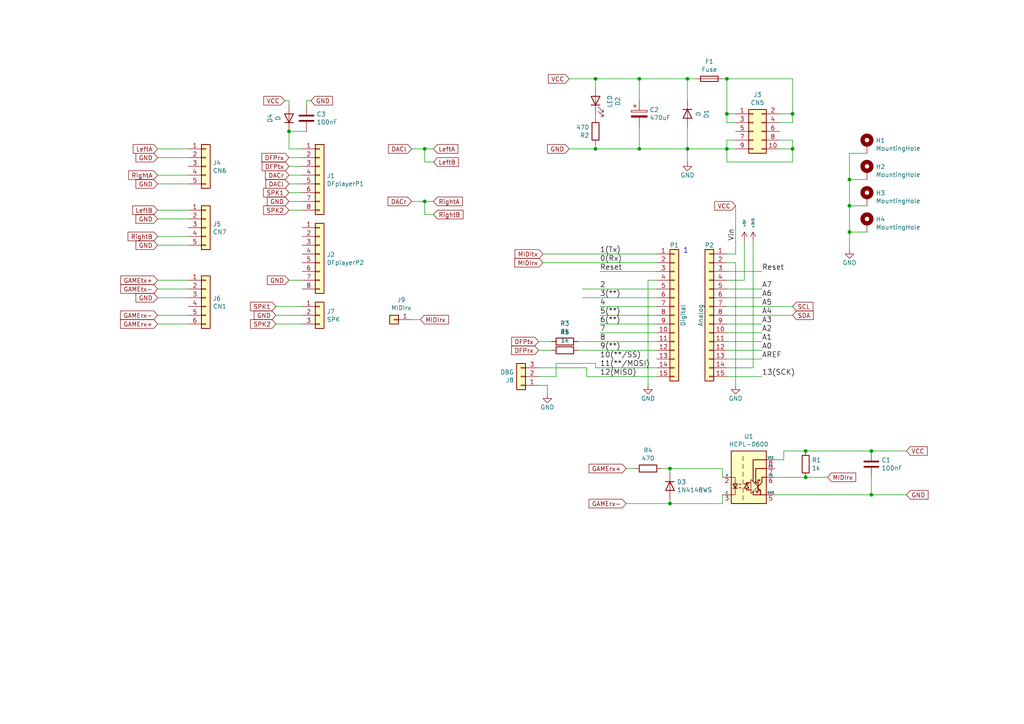
<source format=kicad_sch>
(kicad_sch (version 20231120) (generator "eeschema") (generator_version "8.0")
  (paper "A4")
  (title_block (date "jeu. 02 avril 2015"))
  (lib_symbols
    (symbol "Connector_Generic:Conn_01x01" (pin_names (offset 1.016) hide)
      (property "Reference" "J" (at 0 2.54 0))
      (property "Value" "Conn_01x01" (at 0 -2.54 0))
      (symbol "Conn_01x01_1_1"
        (rectangle (start -1.27 0.127) (end 0 -0.127) (stroke (width 0.1524)))
        (rectangle (start -1.27 1.27) (end 1.27 -1.27) (stroke (width 0.254)) (fill (type background)))
        (pin passive line (at -5.08 0 0) (length 3.81) (name "Pin_1") (number "1"))
      )
    )
    (symbol "Connector_Generic:Conn_01x03" (pin_names (offset 1.016) hide)
      (property "Reference" "J" (at 0 5.08 0))
      (property "Value" "Conn_01x03" (at 0 -5.08 0))
      (symbol "Conn_01x03_1_1"
        (rectangle (start -1.27 -2.413) (end 0 -2.667) (stroke (width 0.1524)))
        (rectangle (start -1.27 0.127) (end 0 -0.127) (stroke (width 0.1524)))
        (rectangle (start -1.27 2.667) (end 0 2.413) (stroke (width 0.1524)))
        (rectangle (start -1.27 3.81) (end 1.27 -3.81) (stroke (width 0.254)) (fill (type background)))
        (pin passive line (at -5.08 2.54 0) (length 3.81) (name "Pin_1") (number "1"))
        (pin passive line (at -5.08 0 0) (length 3.81) (name "Pin_2") (number "2"))
        (pin passive line (at -5.08 -2.54 0) (length 3.81) (name "Pin_3") (number "3"))
      )
    )
    (symbol "Connector_Generic:Conn_01x05" (pin_names (offset 1.016) hide)
      (property "Reference" "J" (at 0 7.62 0))
      (property "Value" "Conn_01x05" (at 0 -7.62 0))
      (symbol "Conn_01x05_1_1"
        (rectangle (start -1.27 -4.953) (end 0 -5.207) (stroke (width 0.1524)))
        (rectangle (start -1.27 -2.413) (end 0 -2.667) (stroke (width 0.1524)))
        (rectangle (start -1.27 0.127) (end 0 -0.127) (stroke (width 0.1524)))
        (rectangle (start -1.27 2.667) (end 0 2.413) (stroke (width 0.1524)))
        (rectangle (start -1.27 5.207) (end 0 4.953) (stroke (width 0.1524)))
        (rectangle (start -1.27 6.35) (end 1.27 -6.35) (stroke (width 0.254)) (fill (type background)))
        (pin passive line (at -5.08 5.08 0) (length 3.81) (name "Pin_1") (number "1"))
        (pin passive line (at -5.08 2.54 0) (length 3.81) (name "Pin_2") (number "2"))
        (pin passive line (at -5.08 0 0) (length 3.81) (name "Pin_3") (number "3"))
        (pin passive line (at -5.08 -2.54 0) (length 3.81) (name "Pin_4") (number "4"))
        (pin passive line (at -5.08 -5.08 0) (length 3.81) (name "Pin_5") (number "5"))
      )
    )
    (symbol "Connector_Generic:Conn_01x06" (pin_names (offset 1.016) hide)
      (property "Reference" "J" (at 0 7.62 0))
      (property "Value" "Conn_01x06" (at 0 -10.16 0))
      (symbol "Conn_01x06_1_1"
        (rectangle (start -1.27 -7.493) (end 0 -7.747) (stroke (width 0.1524)))
        (rectangle (start -1.27 -4.953) (end 0 -5.207) (stroke (width 0.1524)))
        (rectangle (start -1.27 -2.413) (end 0 -2.667) (stroke (width 0.1524)))
        (rectangle (start -1.27 0.127) (end 0 -0.127) (stroke (width 0.1524)))
        (rectangle (start -1.27 2.667) (end 0 2.413) (stroke (width 0.1524)))
        (rectangle (start -1.27 5.207) (end 0 4.953) (stroke (width 0.1524)))
        (rectangle (start -1.27 6.35) (end 1.27 -8.89) (stroke (width 0.254)) (fill (type background)))
        (pin passive line (at -5.08 5.08 0) (length 3.81) (name "Pin_1") (number "1"))
        (pin passive line (at -5.08 2.54 0) (length 3.81) (name "Pin_2") (number "2"))
        (pin passive line (at -5.08 0 0) (length 3.81) (name "Pin_3") (number "3"))
        (pin passive line (at -5.08 -2.54 0) (length 3.81) (name "Pin_4") (number "4"))
        (pin passive line (at -5.08 -5.08 0) (length 3.81) (name "Pin_5") (number "5"))
        (pin passive line (at -5.08 -7.62 0) (length 3.81) (name "Pin_6") (number "6"))
      )
    )
    (symbol "Connector_Generic:Conn_01x08" (pin_names (offset 1.016) hide)
      (property "Reference" "J" (at 0 10.16 0))
      (property "Value" "Conn_01x08" (at 0 -12.7 0))
      (symbol "Conn_01x08_1_1"
        (rectangle (start -1.27 -10.033) (end 0 -10.287) (stroke (width 0.1524)))
        (rectangle (start -1.27 -7.493) (end 0 -7.747) (stroke (width 0.1524)))
        (rectangle (start -1.27 -4.953) (end 0 -5.207) (stroke (width 0.1524)))
        (rectangle (start -1.27 -2.413) (end 0 -2.667) (stroke (width 0.1524)))
        (rectangle (start -1.27 0.127) (end 0 -0.127) (stroke (width 0.1524)))
        (rectangle (start -1.27 2.667) (end 0 2.413) (stroke (width 0.1524)))
        (rectangle (start -1.27 5.207) (end 0 4.953) (stroke (width 0.1524)))
        (rectangle (start -1.27 7.747) (end 0 7.493) (stroke (width 0.1524)))
        (rectangle (start -1.27 8.89) (end 1.27 -11.43) (stroke (width 0.254)) (fill (type background)))
        (pin passive line (at -5.08 7.62 0) (length 3.81) (name "Pin_1") (number "1"))
        (pin passive line (at -5.08 5.08 0) (length 3.81) (name "Pin_2") (number "2"))
        (pin passive line (at -5.08 2.54 0) (length 3.81) (name "Pin_3") (number "3"))
        (pin passive line (at -5.08 0 0) (length 3.81) (name "Pin_4") (number "4"))
        (pin passive line (at -5.08 -2.54 0) (length 3.81) (name "Pin_5") (number "5"))
        (pin passive line (at -5.08 -5.08 0) (length 3.81) (name "Pin_6") (number "6"))
        (pin passive line (at -5.08 -7.62 0) (length 3.81) (name "Pin_7") (number "7"))
        (pin passive line (at -5.08 -10.16 0) (length 3.81) (name "Pin_8") (number "8"))
      )
    )
    (symbol "Connector_Generic:Conn_01x15" (pin_names (offset 1.016) hide)
      (property "Reference" "J" (at 0 20.32 0))
      (property "Value" "Conn_01x15" (at 0 -20.32 0))
      (symbol "Conn_01x15_1_1"
        (rectangle (start -1.27 -17.653) (end 0 -17.907) (stroke (width 0.1524)))
        (rectangle (start -1.27 -15.113) (end 0 -15.367) (stroke (width 0.1524)))
        (rectangle (start -1.27 -12.573) (end 0 -12.827) (stroke (width 0.1524)))
        (rectangle (start -1.27 -10.033) (end 0 -10.287) (stroke (width 0.1524)))
        (rectangle (start -1.27 -7.493) (end 0 -7.747) (stroke (width 0.1524)))
        (rectangle (start -1.27 -4.953) (end 0 -5.207) (stroke (width 0.1524)))
        (rectangle (start -1.27 -2.413) (end 0 -2.667) (stroke (width 0.1524)))
        (rectangle (start -1.27 0.127) (end 0 -0.127) (stroke (width 0.1524)))
        (rectangle (start -1.27 2.667) (end 0 2.413) (stroke (width 0.1524)))
        (rectangle (start -1.27 5.207) (end 0 4.953) (stroke (width 0.1524)))
        (rectangle (start -1.27 7.747) (end 0 7.493) (stroke (width 0.1524)))
        (rectangle (start -1.27 10.287) (end 0 10.033) (stroke (width 0.1524)))
        (rectangle (start -1.27 12.827) (end 0 12.573) (stroke (width 0.1524)))
        (rectangle (start -1.27 15.367) (end 0 15.113) (stroke (width 0.1524)))
        (rectangle (start -1.27 17.907) (end 0 17.653) (stroke (width 0.1524)))
        (rectangle (start -1.27 19.05) (end 1.27 -19.05) (stroke (width 0.254)) (fill (type background)))
        (pin passive line (at -5.08 17.78 0) (length 3.81) (name "Pin_1") (number "1"))
        (pin passive line (at -5.08 -5.08 0) (length 3.81) (name "Pin_10") (number "10"))
        (pin passive line (at -5.08 -7.62 0) (length 3.81) (name "Pin_11") (number "11"))
        (pin passive line (at -5.08 -10.16 0) (length 3.81) (name "Pin_12") (number "12"))
        (pin passive line (at -5.08 -12.7 0) (length 3.81) (name "Pin_13") (number "13"))
        (pin passive line (at -5.08 -15.24 0) (length 3.81) (name "Pin_14") (number "14"))
        (pin passive line (at -5.08 -17.78 0) (length 3.81) (name "Pin_15") (number "15"))
        (pin passive line (at -5.08 15.24 0) (length 3.81) (name "Pin_2") (number "2"))
        (pin passive line (at -5.08 12.7 0) (length 3.81) (name "Pin_3") (number "3"))
        (pin passive line (at -5.08 10.16 0) (length 3.81) (name "Pin_4") (number "4"))
        (pin passive line (at -5.08 7.62 0) (length 3.81) (name "Pin_5") (number "5"))
        (pin passive line (at -5.08 5.08 0) (length 3.81) (name "Pin_6") (number "6"))
        (pin passive line (at -5.08 2.54 0) (length 3.81) (name "Pin_7") (number "7"))
        (pin passive line (at -5.08 0 0) (length 3.81) (name "Pin_8") (number "8"))
        (pin passive line (at -5.08 -2.54 0) (length 3.81) (name "Pin_9") (number "9"))
      )
    )
    (symbol "Connector_Generic:Conn_02x05_Odd_Even" (pin_names (offset 1.016) hide)
      (property "Reference" "J" (at 1.27 7.62 0))
      (property "Value" "Conn_02x05_Odd_Even" (at 1.27 -7.62 0))
      (symbol "Conn_02x05_Odd_Even_1_1"
        (rectangle (start -1.27 -4.953) (end 0 -5.207) (stroke (width 0.1524)))
        (rectangle (start -1.27 -2.413) (end 0 -2.667) (stroke (width 0.1524)))
        (rectangle (start -1.27 0.127) (end 0 -0.127) (stroke (width 0.1524)))
        (rectangle (start -1.27 2.667) (end 0 2.413) (stroke (width 0.1524)))
        (rectangle (start -1.27 5.207) (end 0 4.953) (stroke (width 0.1524)))
        (rectangle (start -1.27 6.35) (end 3.81 -6.35) (stroke (width 0.254)) (fill (type background)))
        (rectangle (start 3.81 -4.953) (end 2.54 -5.207) (stroke (width 0.1524)))
        (rectangle (start 3.81 -2.413) (end 2.54 -2.667) (stroke (width 0.1524)))
        (rectangle (start 3.81 0.127) (end 2.54 -0.127) (stroke (width 0.1524)))
        (rectangle (start 3.81 2.667) (end 2.54 2.413) (stroke (width 0.1524)))
        (rectangle (start 3.81 5.207) (end 2.54 4.953) (stroke (width 0.1524)))
        (pin passive line (at -5.08 5.08 0) (length 3.81) (name "Pin_1") (number "1"))
        (pin passive line (at 7.62 -5.08 180) (length 3.81) (name "Pin_10") (number "10"))
        (pin passive line (at 7.62 5.08 180) (length 3.81) (name "Pin_2") (number "2"))
        (pin passive line (at -5.08 2.54 0) (length 3.81) (name "Pin_3") (number "3"))
        (pin passive line (at 7.62 2.54 180) (length 3.81) (name "Pin_4") (number "4"))
        (pin passive line (at -5.08 0 0) (length 3.81) (name "Pin_5") (number "5"))
        (pin passive line (at 7.62 0 180) (length 3.81) (name "Pin_6") (number "6"))
        (pin passive line (at -5.08 -2.54 0) (length 3.81) (name "Pin_7") (number "7"))
        (pin passive line (at 7.62 -2.54 180) (length 3.81) (name "Pin_8") (number "8"))
        (pin passive line (at -5.08 -5.08 0) (length 3.81) (name "Pin_9") (number "9"))
      )
    )
    (symbol "DSBclone-rescue:+3V3-power" (power) (pin_names (offset 0))
      (property "Value" "power_+3V3" (at 0 3.556 0))
      (symbol "+3V3-power_0_1"
        (polyline (pts (xy -0.762 1.27) (xy 0 2.54)))
        (polyline (pts (xy 0 0) (xy 0 2.54)))
        (polyline (pts (xy 0 2.54) (xy 0.762 1.27)))
      )
      (symbol "+3V3-power_1_1"
        (pin power_in line (at 0 0 90) (length 0) hide (name "+3V3") (number "1"))
      )
    )
    (symbol "DSBclone-rescue:+5V-power" (power) (pin_names (offset 0))
      (property "Value" "power_+5V" (at 0 3.556 0))
      (symbol "+5V-power_0_1"
        (polyline (pts (xy -0.762 1.27) (xy 0 2.54)))
        (polyline (pts (xy 0 0) (xy 0 2.54)))
        (polyline (pts (xy 0 2.54) (xy 0.762 1.27)))
      )
      (symbol "+5V-power_1_1"
        (pin power_in line (at 0 0 90) (length 0) hide (name "+5V") (number "1"))
      )
    )
    (symbol "DSBclone-rescue:CP-Device" (pin_numbers hide) (pin_names (offset 0.254))
      (property "Reference" "C" (at 0.635 2.54 0))
      (property "Value" "Device_CP" (at 0.635 -2.54 0))
      (symbol "CP-Device_0_1"
        (rectangle (start -2.286 0.508) (end -2.286 1.016))
        (rectangle (start -2.286 0.508) (end 2.286 0.508))
        (polyline (pts (xy -1.778 2.286) (xy -0.762 2.286)))
        (polyline (pts (xy -1.27 2.794) (xy -1.27 1.778)))
        (rectangle (start 2.286 -0.508) (end -2.286 -1.016) (fill (type outline)))
        (rectangle (start 2.286 1.016) (end -2.286 1.016))
        (rectangle (start 2.286 1.016) (end 2.286 0.508))
      )
      (symbol "CP-Device_1_1"
        (pin passive line (at 0 3.81 270) (length 2.794) (name "~") (number "1"))
        (pin passive line (at 0 -3.81 90) (length 2.794) (name "~") (number "2"))
      )
    )
    (symbol "DSBclone-rescue:GND-power" (power) (pin_names (offset 0))
      (property "Value" "power_GND" (at 0 -3.81 0))
      (symbol "GND-power_0_1"
        (polyline (pts (xy 0 0) (xy 0 -1.27) (xy 1.27 -1.27) (xy 0 -2.54) (xy -1.27 -1.27) (xy 0 -1.27)))
      )
      (symbol "GND-power_1_1"
        (pin power_in line (at 0 0 270) (length 0) hide (name "GND") (number "1"))
      )
    )
    (symbol "DSBclone-rescue:HCPL-0600-Isolator" (pin_names (offset 0))
      (property "Reference" "U" (at -4.064 8.89 0))
      (property "Value" "HCPL-0600-Isolator" (at 0.254 -9.144 0))
      (symbol "HCPL-0600-Isolator_0_1"
        (polyline (pts (xy 2.667 -3.556) (xy 2.667 -1.651)) (stroke (width 0.254)))
        (polyline (pts (xy 2.667 -2.159) (xy 2.667 -2.921)) (stroke (width 0.254)))
        (polyline (pts (xy 3.429 -3.937) (xy 3.429 -5.08)) (stroke (width 0.254)))
        (polyline (pts (xy -0.635 -3.302) (xy -0.635 -3.683) (xy 0.635 -3.683)) (stroke (width 0.254)))
        (polyline (pts (xy -0.635 -1.905) (xy -0.635 -1.524) (xy 0.508 -1.524)) (stroke (width 0.254)))
        (polyline (pts (xy 1.27 -4.064) (xy 1.27 -5.08) (xy 5.08 -5.08)) (stroke (width 0.254)))
        (polyline (pts (xy 1.27 -1.27) (xy 1.27 5.08) (xy 5.08 5.08)) (stroke (width 0.254)))
        (polyline (pts (xy 2.032 -1.27) (xy 2.032 2.54) (xy 5.08 2.54)) (stroke (width 0.254)))
        (polyline (pts (xy -5.08 -5.08) (xy -3.937 -5.08) (xy -3.937 0) (xy -5.08 0)))
        (polyline (pts (xy 2.667 -3.302) (xy 2.667 -4.318) (xy 2.159 -4.318) (xy 2.159 -3.937)) (stroke (width 0.254)))
        (polyline (pts (xy 2.667 -2.667) (xy 0.635 -4.699) (xy 0.635 -0.635) (xy 2.667 -2.667)))
        (polyline (pts (xy 2.667 -1.778) (xy 2.667 -0.762) (xy 3.175 -0.762) (xy 3.175 -1.143)) (stroke (width 0.254)))
        (polyline (pts (xy 2.794 -2.54) (xy 3.81 -1.524) (xy 3.81 0) (xy 5.08 0)) (stroke (width 0.254)))
        (polyline (pts (xy 2.667 -3.175) (xy 3.429 -3.937) (xy 3.302 -3.556) (xy 3.048 -3.81) (xy 3.429 -3.937)) (stroke (width 0.254)))
        (circle (center 2.032 -1.524) (radius 0.254) (stroke (width 0.254)))
      )
      (symbol "HCPL-0600-Isolator_1_1"
        (rectangle (start -5.08 7.62) (end 5.08 -7.62) (stroke (width 0.254)) (fill (type background)))
        (polyline (pts (xy -4.572 -3.175) (xy -3.302 -3.175)) (stroke (width 0.254)))
        (polyline (pts (xy -1.651 -5.334) (xy -1.651 -6.604)))
        (polyline (pts (xy -1.651 -3.048) (xy -1.651 -4.318)))
        (polyline (pts (xy -1.651 -0.762) (xy -1.651 -2.032)))
        (polyline (pts (xy -1.651 1.524) (xy -1.651 0.254)))
        (polyline (pts (xy -1.651 3.81) (xy -1.651 2.54)))
        (polyline (pts (xy -1.651 6.096) (xy -1.651 4.826)))
        (polyline (pts (xy -1.27 -1.905) (xy 0 -1.905)) (stroke (width 0.254)))
        (polyline (pts (xy -3.937 -3.175) (xy -4.572 -1.905) (xy -3.302 -1.905) (xy -3.937 -3.175)) (stroke (width 0.254)))
        (polyline (pts (xy -0.635 -1.905) (xy -1.27 -3.175) (xy 0 -3.175) (xy -0.635 -1.905)) (stroke (width 0.254)))
        (polyline (pts (xy -2.921 -3.048) (xy -2.159 -3.048) (xy -2.54 -3.175) (xy -2.54 -2.921) (xy -2.159 -3.048)) (stroke (width 0.127)))
        (polyline (pts (xy -2.921 -2.032) (xy -2.159 -2.032) (xy -2.54 -2.159) (xy -2.54 -1.905) (xy -2.159 -2.032)) (stroke (width 0.127)))
        (pin no_connect line (at -5.08 5.08 0) (length 2.54) hide (name "NC") (number "1"))
        (pin passive line (at -7.62 0 0) (length 2.54) (name "A") (number "2"))
        (pin passive line (at -7.62 -5.08 0) (length 2.54) (name "C") (number "3"))
        (pin power_in line (at 7.62 -5.08 180) (length 2.54) (name "GND") (number "5"))
        (pin open_collector line (at 7.62 0 180) (length 2.54) (name "VO") (number "6"))
        (pin input line (at 7.62 2.54 180) (length 2.54) (name "EN") (number "7"))
        (pin power_in line (at 7.62 5.08 180) (length 2.54) (name "VCC") (number "8"))
      )
    )
    (symbol "Device:C" (pin_numbers hide) (pin_names (offset 0.254))
      (property "Reference" "C" (at 0.635 2.54 0))
      (property "Value" "C" (at 0.635 -2.54 0))
      (symbol "C_0_1"
        (polyline (pts (xy -2.032 -0.762) (xy 2.032 -0.762)) (stroke (width 0.508)))
        (polyline (pts (xy -2.032 0.762) (xy 2.032 0.762)) (stroke (width 0.508)))
      )
      (symbol "C_1_1"
        (pin passive line (at 0 3.81 270) (length 2.794) (name "~") (number "1"))
        (pin passive line (at 0 -3.81 90) (length 2.794) (name "~") (number "2"))
      )
    )
    (symbol "Device:D" (pin_numbers hide) (pin_names (offset 1.016) hide)
      (property "Reference" "D" (at 0 2.54 0))
      (property "Value" "D" (at 0 -2.54 0))
      (symbol "D_0_1"
        (polyline (pts (xy -1.27 1.27) (xy -1.27 -1.27)) (stroke (width 0.254)))
        (polyline (pts (xy 1.27 0) (xy -1.27 0)))
        (polyline (pts (xy 1.27 1.27) (xy 1.27 -1.27) (xy -1.27 0) (xy 1.27 1.27)) (stroke (width 0.254)))
      )
      (symbol "D_1_1"
        (pin passive line (at -3.81 0 0) (length 2.54) (name "K") (number "1"))
        (pin passive line (at 3.81 0 180) (length 2.54) (name "A") (number "2"))
      )
    )
    (symbol "Device:Fuse" (pin_numbers hide) (pin_names (offset 0))
      (property "Reference" "F" (at 2.032 0 90))
      (property "Value" "Fuse" (at -1.905 0 90))
      (symbol "Fuse_0_1"
        (rectangle (start -0.762 -2.54) (end 0.762 2.54) (stroke (width 0.254)))
        (polyline (pts (xy 0 2.54) (xy 0 -2.54)))
      )
      (symbol "Fuse_1_1"
        (pin passive line (at 0 3.81 270) (length 1.27) (name "~") (number "1"))
        (pin passive line (at 0 -3.81 90) (length 1.27) (name "~") (number "2"))
      )
    )
    (symbol "Device:LED" (pin_numbers hide) (pin_names (offset 1.016) hide)
      (property "Reference" "D" (at 0 2.54 0))
      (property "Value" "LED" (at 0 -2.54 0))
      (symbol "LED_0_1"
        (polyline (pts (xy -1.27 -1.27) (xy -1.27 1.27)) (stroke (width 0.254)))
        (polyline (pts (xy -1.27 0) (xy 1.27 0)))
        (polyline (pts (xy 1.27 -1.27) (xy 1.27 1.27) (xy -1.27 0) (xy 1.27 -1.27)) (stroke (width 0.254)))
        (polyline (pts (xy -3.048 -0.762) (xy -4.572 -2.286) (xy -3.81 -2.286) (xy -4.572 -2.286) (xy -4.572 -1.524)))
        (polyline (pts (xy -1.778 -0.762) (xy -3.302 -2.286) (xy -2.54 -2.286) (xy -3.302 -2.286) (xy -3.302 -1.524)))
      )
      (symbol "LED_1_1"
        (pin passive line (at -3.81 0 0) (length 2.54) (name "K") (number "1"))
        (pin passive line (at 3.81 0 180) (length 2.54) (name "A") (number "2"))
      )
    )
    (symbol "Device:R" (pin_numbers hide) (pin_names (offset 0))
      (property "Reference" "R" (at 2.032 0 90))
      (property "Value" "R" (at 0 0 90))
      (symbol "R_0_1"
        (rectangle (start -1.016 -2.54) (end 1.016 2.54) (stroke (width 0.254)))
      )
      (symbol "R_1_1"
        (pin passive line (at 0 3.81 270) (length 1.27) (name "~") (number "1"))
        (pin passive line (at 0 -3.81 90) (length 1.27) (name "~") (number "2"))
      )
    )
    (symbol "Diode:1N4148WS" (pin_numbers hide) (pin_names hide)
      (property "Reference" "D" (at 0 2.54 0))
      (property "Value" "1N4148WS" (at 0 -2.54 0))
      (symbol "1N4148WS_0_1"
        (polyline (pts (xy -1.27 1.27) (xy -1.27 -1.27)) (stroke (width 0.254)))
        (polyline (pts (xy 1.27 0) (xy -1.27 0)))
        (polyline (pts (xy 1.27 1.27) (xy 1.27 -1.27) (xy -1.27 0) (xy 1.27 1.27)) (stroke (width 0.254)))
      )
      (symbol "1N4148WS_1_1"
        (pin passive line (at -3.81 0 0) (length 2.54) (name "K") (number "1"))
        (pin passive line (at 3.81 0 180) (length 2.54) (name "A") (number "2"))
      )
    )
    (symbol "Mechanical:MountingHole_Pad" (pin_numbers hide) (pin_names (offset 1.016) hide) (exclude_from_sim yes) (in_bom no)
      (property "Reference" "H" (at 0 6.35 0))
      (property "Value" "MountingHole_Pad" (at 0 4.445 0))
      (symbol "MountingHole_Pad_0_1"
        (circle (center 0 1.27) (radius 1.27) (stroke (width 1.27)))
      )
      (symbol "MountingHole_Pad_1_1"
        (pin input line (at 0 -2.54 90) (length 2.54) (name "1") (number "1"))
      )
    )
  )
  (junction (at 194.31 135.89))
  (junction (at 210.82 33.02))
  (junction (at 246.38 52.07))
  (junction (at 252.73 130.81))
  (junction (at 210.82 43.18))
  (junction (at 123.19 58.42))
  (junction (at 252.73 143.51))
  (junction (at 246.38 59.69))
  (junction (at 246.38 67.31))
  (junction (at 194.31 146.05))
  (junction (at 199.39 43.18))
  (junction (at 233.68 138.43))
  (junction (at 83.82 38.1))
  (junction (at 172.72 22.86))
  (junction (at 185.42 22.86))
  (junction (at 210.82 22.86))
  (junction (at 172.72 43.18))
  (junction (at 229.87 43.18))
  (junction (at 123.19 43.18))
  (junction (at 233.68 130.81))
  (junction (at 199.39 22.86))
  (junction (at 185.42 43.18))
  (junction (at 229.87 33.02))
  (wire (pts (xy 220.98 104.14) (xy 210.82 104.14)))
  (wire (pts (xy 173.99 88.9) (xy 190.5 88.9)))
  (wire (pts (xy 165.1 22.86) (xy 172.72 22.86)))
  (wire (pts (xy 83.82 43.18) (xy 87.63 43.18)))
  (wire (pts (xy 87.63 93.98) (xy 80.01 93.98)))
  (wire (pts (xy 229.87 40.64) (xy 229.87 43.18)))
  (wire (pts (xy 220.98 93.98) (xy 210.82 93.98)))
  (wire (pts (xy 226.06 35.56) (xy 229.87 35.56)))
  (wire (pts (xy 199.39 22.86) (xy 201.93 22.86)))
  (wire (pts (xy 190.5 91.44) (xy 173.99 91.44)))
  (wire (pts (xy 210.82 35.56) (xy 213.36 35.56)))
  (wire (pts (xy 172.72 41.91) (xy 172.72 43.18)))
  (wire (pts (xy 187.96 81.28) (xy 187.96 111.76)))
  (wire (pts (xy 252.73 138.43) (xy 252.73 143.51)))
  (wire (pts (xy 229.87 33.02) (xy 226.06 33.02)))
  (wire (pts (xy 172.72 105.41) (xy 172.72 106.68)))
  (wire (pts (xy 246.38 44.45) (xy 251.46 44.45)))
  (wire (pts (xy 119.38 43.18) (xy 123.19 43.18)))
  (wire (pts (xy 83.82 38.1) (xy 83.82 43.18)))
  (wire (pts (xy 209.55 143.51) (xy 209.55 146.05)))
  (wire (pts (xy 215.9 69.85) (xy 215.9 81.28)))
  (wire (pts (xy 220.98 86.36) (xy 210.82 86.36)))
  (wire (pts (xy 246.38 52.07) (xy 246.38 44.45)))
  (wire (pts (xy 194.31 146.05) (xy 209.55 146.05)))
  (wire (pts (xy 210.82 99.06) (xy 220.98 99.06)))
  (wire (pts (xy 251.46 52.07) (xy 246.38 52.07)))
  (wire (pts (xy 156.21 99.06) (xy 160.02 99.06)))
  (wire (pts (xy 262.89 143.51) (xy 252.73 143.51)))
  (wire (pts (xy 229.87 35.56) (xy 229.87 33.02)))
  (wire (pts (xy 190.5 96.52) (xy 173.99 96.52)))
  (wire (pts (xy 181.61 135.89) (xy 184.15 135.89)))
  (wire (pts (xy 80.01 91.44) (xy 87.63 91.44)))
  (wire (pts (xy 246.38 72.39) (xy 246.38 67.31)))
  (wire (pts (xy 157.48 73.66) (xy 190.5 73.66)))
  (wire (pts (xy 210.82 73.66) (xy 213.36 73.66)))
  (wire (pts (xy 156.21 109.22) (xy 161.29 109.22)))
  (wire (pts (xy 45.72 81.28) (xy 54.61 81.28)))
  (wire (pts (xy 181.61 146.05) (xy 194.31 146.05)))
  (wire (pts (xy 185.42 43.18) (xy 199.39 43.18)))
  (wire (pts (xy 199.39 29.21) (xy 199.39 22.86)))
  (wire (pts (xy 229.87 22.86) (xy 229.87 33.02)))
  (wire (pts (xy 173.99 93.98) (xy 190.5 93.98)))
  (wire (pts (xy 210.82 88.9) (xy 229.87 88.9)))
  (wire (pts (xy 168.91 86.36) (xy 190.5 86.36)))
  (wire (pts (xy 233.68 138.43) (xy 240.03 138.43)))
  (wire (pts (xy 83.82 60.96) (xy 87.63 60.96)))
  (wire (pts (xy 252.73 143.51) (xy 224.79 143.51)))
  (wire (pts (xy 123.19 46.99) (xy 123.19 43.18)))
  (wire (pts (xy 210.82 91.44) (xy 229.87 91.44)))
  (wire (pts (xy 213.36 43.18) (xy 210.82 43.18)))
  (wire (pts (xy 227.33 133.35) (xy 227.33 130.81)))
  (wire (pts (xy 161.29 105.41) (xy 172.72 105.41)))
  (wire (pts (xy 172.72 43.18) (xy 165.1 43.18)))
  (wire (pts (xy 90.17 29.21) (xy 88.9 29.21)))
  (wire (pts (xy 158.75 111.76) (xy 158.75 114.3)))
  (wire (pts (xy 209.55 135.89) (xy 209.55 138.43)))
  (wire (pts (xy 210.82 22.86) (xy 229.87 22.86)))
  (wire (pts (xy 54.61 91.44) (xy 45.72 91.44)))
  (wire (pts (xy 123.19 43.18) (xy 125.73 43.18)))
  (wire (pts (xy 172.72 33.02) (xy 172.72 34.29)))
  (wire (pts (xy 167.64 99.06) (xy 190.5 99.06)))
  (wire (pts (xy 157.48 76.2) (xy 190.5 76.2)))
  (wire (pts (xy 194.31 137.16) (xy 194.31 135.89)))
  (wire (pts (xy 194.31 135.89) (xy 209.55 135.89)))
  (wire (pts (xy 45.72 45.72) (xy 54.61 45.72)))
  (wire (pts (xy 45.72 63.5) (xy 54.61 63.5)))
  (wire (pts (xy 215.9 81.28) (xy 210.82 81.28)))
  (wire (pts (xy 210.82 33.02) (xy 210.82 35.56)))
  (wire (pts (xy 172.72 22.86) (xy 185.42 22.86)))
  (wire (pts (xy 209.55 22.86) (xy 210.82 22.86)))
  (wire (pts (xy 170.18 106.68) (xy 170.18 109.22)))
  (wire (pts (xy 83.82 81.28) (xy 87.63 81.28)))
  (wire (pts (xy 210.82 43.18) (xy 199.39 43.18)))
  (wire (pts (xy 227.33 130.81) (xy 233.68 130.81)))
  (wire (pts (xy 213.36 111.76) (xy 213.36 76.2)))
  (wire (pts (xy 83.82 45.72) (xy 87.63 45.72)))
  (wire (pts (xy 210.82 83.82) (xy 220.98 83.82)))
  (wire (pts (xy 210.82 46.99) (xy 210.82 43.18)))
  (wire (pts (xy 156.21 106.68) (xy 170.18 106.68)))
  (wire (pts (xy 185.42 29.21) (xy 185.42 22.86)))
  (wire (pts (xy 156.21 101.6) (xy 160.02 101.6)))
  (wire (pts (xy 220.98 101.6) (xy 210.82 101.6)))
  (wire (pts (xy 224.79 133.35) (xy 227.33 133.35)))
  (wire (pts (xy 88.9 29.21) (xy 88.9 30.48)))
  (wire (pts (xy 210.82 40.64) (xy 213.36 40.64)))
  (wire (pts (xy 123.19 62.23) (xy 123.19 58.42)))
  (wire (pts (xy 246.38 67.31) (xy 246.38 59.69)))
  (wire (pts (xy 252.73 130.81) (xy 262.89 130.81)))
  (wire (pts (xy 88.9 38.1) (xy 83.82 38.1)))
  (wire (pts (xy 172.72 43.18) (xy 185.42 43.18)))
  (wire (pts (xy 54.61 71.12) (xy 45.72 71.12)))
  (wire (pts (xy 83.82 55.88) (xy 87.63 55.88)))
  (wire (pts (xy 172.72 106.68) (xy 190.5 106.68)))
  (wire (pts (xy 45.72 60.96) (xy 54.61 60.96)))
  (wire (pts (xy 45.72 43.18) (xy 54.61 43.18)))
  (wire (pts (xy 87.63 58.42) (xy 83.82 58.42)))
  (wire (pts (xy 125.73 62.23) (xy 123.19 62.23)))
  (wire (pts (xy 119.38 92.71) (xy 121.92 92.71)))
  (wire (pts (xy 218.44 69.85) (xy 218.44 106.68)))
  (wire (pts (xy 220.98 78.74) (xy 210.82 78.74)))
  (wire (pts (xy 229.87 46.99) (xy 210.82 46.99)))
  (wire (pts (xy 251.46 59.69) (xy 246.38 59.69)))
  (wire (pts (xy 54.61 68.58) (xy 45.72 68.58)))
  (wire (pts (xy 210.82 22.86) (xy 210.82 33.02)))
  (wire (pts (xy 185.42 36.83) (xy 185.42 43.18)))
  (wire (pts (xy 213.36 33.02) (xy 210.82 33.02)))
  (wire (pts (xy 233.68 130.81) (xy 252.73 130.81)))
  (wire (pts (xy 191.77 135.89) (xy 194.31 135.89)))
  (wire (pts (xy 229.87 43.18) (xy 226.06 43.18)))
  (wire (pts (xy 220.98 96.52) (xy 210.82 96.52)))
  (wire (pts (xy 83.82 29.21) (xy 83.82 30.48)))
  (wire (pts (xy 224.79 138.43) (xy 233.68 138.43)))
  (wire (pts (xy 87.63 48.26) (xy 83.82 48.26)))
  (wire (pts (xy 54.61 53.34) (xy 45.72 53.34)))
  (wire (pts (xy 87.63 88.9) (xy 80.01 88.9)))
  (wire (pts (xy 213.36 59.69) (xy 213.36 73.66)))
  (wire (pts (xy 83.82 50.8) (xy 87.63 50.8)))
  (wire (pts (xy 161.29 109.22) (xy 161.29 105.41)))
  (wire (pts (xy 218.44 106.68) (xy 210.82 106.68)))
  (wire (pts (xy 172.72 25.4) (xy 172.72 22.86)))
  (wire (pts (xy 119.38 58.42) (xy 123.19 58.42)))
  (wire (pts (xy 226.06 40.64) (xy 229.87 40.64)))
  (wire (pts (xy 45.72 93.98) (xy 54.61 93.98)))
  (wire (pts (xy 229.87 43.18) (xy 229.87 46.99)))
  (wire (pts (xy 54.61 83.82) (xy 45.72 83.82)))
  (wire (pts (xy 45.72 86.36) (xy 54.61 86.36)))
  (wire (pts (xy 185.42 22.86) (xy 199.39 22.86)))
  (wire (pts (xy 246.38 67.31) (xy 251.46 67.31)))
  (wire (pts (xy 199.39 36.83) (xy 199.39 43.18)))
  (wire (pts (xy 167.64 101.6) (xy 190.5 101.6)))
  (wire (pts (xy 246.38 59.69) (xy 246.38 52.07)))
  (wire (pts (xy 125.73 46.99) (xy 123.19 46.99)))
  (wire (pts (xy 82.55 29.21) (xy 83.82 29.21)))
  (wire (pts (xy 190.5 78.74) (xy 173.99 78.74)))
  (wire (pts (xy 210.82 40.64) (xy 210.82 43.18)))
  (wire (pts (xy 123.19 58.42) (xy 125.73 58.42)))
  (wire (pts (xy 199.39 46.99) (xy 199.39 43.18)))
  (wire (pts (xy 168.91 83.82) (xy 190.5 83.82)))
  (wire (pts (xy 210.82 109.22) (xy 220.98 109.22)))
  (wire (pts (xy 190.5 81.28) (xy 187.96 81.28)))
  (wire (pts (xy 54.61 50.8) (xy 45.72 50.8)))
  (wire (pts (xy 213.36 76.2) (xy 210.82 76.2)))
  (wire (pts (xy 170.18 109.22) (xy 190.5 109.22)))
  (wire (pts (xy 156.21 111.76) (xy 158.75 111.76)))
  (wire (pts (xy 194.31 146.05) (xy 194.31 144.78)))
  (wire (pts (xy 87.63 53.34) (xy 83.82 53.34)))
  (text "1" (at 198.12 73.66 0) (effects (font (size 1.524 1.524)) (justify left bottom)))
  (label "6(**)" (at 173.99 93.98 0) (effects (font (size 1.524 1.524))))
  (label "A3" (at 220.98 93.98 0) (effects (font (size 1.524 1.524))))
  (label "7" (at 173.99 96.52 0) (effects (font (size 1.524 1.524))))
  (label "1(Tx)" (at 173.99 73.66 0) (effects (font (size 1.524 1.524))))
  (label "AREF" (at 220.98 104.14 0) (effects (font (size 1.524 1.524))))
  (label "5(**)" (at 173.99 91.44 0) (effects (font (size 1.524 1.524))))
  (label "10(**/SS)" (at 173.99 104.14 0) (effects (font (size 1.524 1.524))))
  (label "13(SCK)" (at 220.98 109.22 0) (effects (font (size 1.524 1.524))))
  (label "2" (at 173.99 83.82 0) (effects (font (size 1.524 1.524))))
  (label "A6" (at 220.98 86.36 0) (effects (font (size 1.524 1.524))))
  (label "A0" (at 220.98 101.6 0) (effects (font (size 1.524 1.524))))
  (label "Vin" (at 213.36 69.85 90) (effects (font (size 1.524 1.524))))
  (label "9(**)" (at 173.99 101.6 0) (effects (font (size 1.524 1.524))))
  (label "8" (at 173.99 99.06 0) (effects (font (size 1.524 1.524))))
  (label "A5" (at 220.98 88.9 0) (effects (font (size 1.524 1.524))))
  (label "A7" (at 220.98 83.82 0) (effects (font (size 1.524 1.524))))
  (label "A1" (at 220.98 99.06 0) (effects (font (size 1.524 1.524))))
  (label "11(**/MOSI)" (at 173.99 106.68 0) (effects (font (size 1.524 1.524))))
  (label "3(**)" (at 173.99 86.36 0) (effects (font (size 1.524 1.524))))
  (label "Reset" (at 173.99 78.74 0) (effects (font (size 1.524 1.524))))
  (label "A2" (at 220.98 96.52 0) (effects (font (size 1.524 1.524))))
  (label "A4" (at 220.98 91.44 0) (effects (font (size 1.524 1.524))))
  (label "4" (at 173.99 88.9 0) (effects (font (size 1.524 1.524))))
  (label "12(MISO)" (at 173.99 109.22 0) (effects (font (size 1.524 1.524))))
  (label "Reset" (at 220.98 78.74 0) (effects (font (size 1.524 1.524))))
  (label "0(Rx)" (at 173.99 76.2 0) (effects (font (size 1.524 1.524))))
  (global_label "SPK2" (shape input) (at 80.01 93.98 180) (property "Intersheetrefs" "${INTERSHEET_REFS}" (effects (hide yes))))
  (global_label "DACr" (shape input) (at 83.82 50.8 180) (property "Intersheetrefs" "${INTERSHEET_REFS}" (effects (hide yes))))
  (global_label "GND" (shape input) (at 83.82 81.28 180) (property "Intersheetrefs" "${INTERSHEET_REFS}" (effects (hide yes))))
  (global_label "SPK2" (shape input) (at 83.82 60.96 180) (property "Intersheetrefs" "${INTERSHEET_REFS}" (effects (hide yes))))
  (global_label "VCC" (shape input) (at 165.1 22.86 180) (property "Intersheetrefs" "${INTERSHEET_REFS}" (effects (hide yes))))
  (global_label "GND" (shape input) (at 45.72 71.12 180) (property "Intersheetrefs" "${INTERSHEET_REFS}" (effects (hide yes))))
  (global_label "DFPrx" (shape input) (at 156.21 101.6 180) (property "Intersheetrefs" "${INTERSHEET_REFS}" (effects (hide yes))))
  (global_label "LeftA" (shape input) (at 45.72 43.18 180) (property "Intersheetrefs" "${INTERSHEET_REFS}" (effects (hide yes))))
  (global_label "DFPtx" (shape input) (at 156.21 99.06 180) (property "Intersheetrefs" "${INTERSHEET_REFS}" (effects (hide yes))))
  (global_label "VCC" (shape input) (at 262.89 130.81 0) (property "Intersheetrefs" "${INTERSHEET_REFS}" (effects (hide yes))))
  (global_label "RightB" (shape input) (at 45.72 68.58 180) (property "Intersheetrefs" "${INTERSHEET_REFS}" (effects (hide yes))))
  (global_label "DACl" (shape input) (at 83.82 53.34 180) (property "Intersheetrefs" "${INTERSHEET_REFS}" (effects (hide yes))))
  (global_label "MIDIrx" (shape input) (at 240.03 138.43 0) (property "Intersheetrefs" "${INTERSHEET_REFS}" (effects (hide yes))))
  (global_label "DFPtx" (shape input) (at 83.82 48.26 180) (property "Intersheetrefs" "${INTERSHEET_REFS}" (effects (hide yes))))
  (global_label "GAMErx-" (shape input) (at 181.61 146.05 180) (property "Intersheetrefs" "${INTERSHEET_REFS}" (effects (hide yes))))
  (global_label "MIDItx" (shape input) (at 157.48 73.66 180) (property "Intersheetrefs" "${INTERSHEET_REFS}" (effects (hide yes))))
  (global_label "GAMErx+" (shape input) (at 45.72 93.98 180) (property "Intersheetrefs" "${INTERSHEET_REFS}" (effects (hide yes))))
  (global_label "LeftB" (shape input) (at 125.73 46.99 0) (property "Intersheetrefs" "${INTERSHEET_REFS}" (effects (hide yes))))
  (global_label "GND" (shape input) (at 165.1 43.18 180) (property "Intersheetrefs" "${INTERSHEET_REFS}" (effects (hide yes))))
  (global_label "LeftB" (shape input) (at 45.72 60.96 180) (property "Intersheetrefs" "${INTERSHEET_REFS}" (effects (hide yes))))
  (global_label "GND" (shape input) (at 90.17 29.21 0) (property "Intersheetrefs" "${INTERSHEET_REFS}" (effects (hide yes))))
  (global_label "GND" (shape input) (at 45.72 53.34 180) (property "Intersheetrefs" "${INTERSHEET_REFS}" (effects (hide yes))))
  (global_label "GND" (shape input) (at 45.72 63.5 180) (property "Intersheetrefs" "${INTERSHEET_REFS}" (effects (hide yes))))
  (global_label "GAMErx+" (shape input) (at 181.61 135.89 180) (property "Intersheetrefs" "${INTERSHEET_REFS}" (effects (hide yes))))
  (global_label "GND" (shape input) (at 83.82 58.42 180) (property "Intersheetrefs" "${INTERSHEET_REFS}" (effects (hide yes))))
  (global_label "MIDIrx" (shape input) (at 157.48 76.2 180) (property "Intersheetrefs" "${INTERSHEET_REFS}" (effects (hide yes))))
  (global_label "GAMEtx+" (shape input) (at 45.72 81.28 180) (property "Intersheetrefs" "${INTERSHEET_REFS}" (effects (hide yes))))
  (global_label "GND" (shape input) (at 45.72 86.36 180) (property "Intersheetrefs" "${INTERSHEET_REFS}" (effects (hide yes))))
  (global_label "DFPrx" (shape input) (at 83.82 45.72 180) (property "Intersheetrefs" "${INTERSHEET_REFS}" (effects (hide yes))))
  (global_label "MIDIrx" (shape input) (at 121.92 92.71 0) (property "Intersheetrefs" "${INTERSHEET_REFS}" (effects (hide yes))))
  (global_label "GND" (shape input) (at 262.89 143.51 0) (property "Intersheetrefs" "${INTERSHEET_REFS}" (effects (hide yes))))
  (global_label "SDA" (shape input) (at 229.87 91.44 0) (property "Intersheetrefs" "${INTERSHEET_REFS}" (effects (hide yes))))
  (global_label "SPK1" (shape input) (at 83.82 55.88 180) (property "Intersheetrefs" "${INTERSHEET_REFS}" (effects (hide yes))))
  (global_label "GND" (shape input) (at 80.01 91.44 180) (property "Intersheetrefs" "${INTERSHEET_REFS}" (effects (hide yes))))
  (global_label "GND" (shape input) (at 45.72 45.72 180) (property "Intersheetrefs" "${INTERSHEET_REFS}" (effects (hide yes))))
  (global_label "GAMEtx-" (shape input) (at 45.72 83.82 180) (property "Intersheetrefs" "${INTERSHEET_REFS}" (effects (hide yes))))
  (global_label "LeftA" (shape input) (at 125.73 43.18 0) (property "Intersheetrefs" "${INTERSHEET_REFS}" (effects (hide yes))))
  (global_label "GAMErx-" (shape input) (at 45.72 91.44 180) (property "Intersheetrefs" "${INTERSHEET_REFS}" (effects (hide yes))))
  (global_label "SCL" (shape input) (at 229.87 88.9 0) (property "Intersheetrefs" "${INTERSHEET_REFS}" (effects (hide yes))))
  (global_label "DACr" (shape input) (at 119.38 58.42 180) (property "Intersheetrefs" "${INTERSHEET_REFS}" (effects (hide yes))))
  (global_label "VCC" (shape input) (at 82.55 29.21 180) (property "Intersheetrefs" "${INTERSHEET_REFS}" (effects (hide yes))))
  (global_label "SPK1" (shape input) (at 80.01 88.9 180) (property "Intersheetrefs" "${INTERSHEET_REFS}" (effects (hide yes))))
  (global_label "RightA" (shape input) (at 125.73 58.42 0) (property "Intersheetrefs" "${INTERSHEET_REFS}" (effects (hide yes))))
  (global_label "VCC" (shape input) (at 213.36 59.69 180) (property "Intersheetrefs" "${INTERSHEET_REFS}" (effects (hide yes))))
  (global_label "DACl" (shape input) (at 119.38 43.18 180) (property "Intersheetrefs" "${INTERSHEET_REFS}" (effects (hide yes))))
  (global_label "RightA" (shape input) (at 45.72 50.8 180) (property "Intersheetrefs" "${INTERSHEET_REFS}" (effects (hide yes))))
  (global_label "RightB" (shape input) (at 125.73 62.23 0) (property "Intersheetrefs" "${INTERSHEET_REFS}" (effects (hide yes))))
  (symbol (lib_id "Connector_Generic:Conn_01x15") (at 195.58 91.44 0) (unit 1)
    (property "Reference" "P1" (at 195.58 71.12 0))
    (property "Value" "Digital" (at 198.12 91.44 90))
    (property "Footprint" "Connector_PinSocket_2.54mm:PinSocket_1x15_P2.54mm_Vertical" (effects (hide yes)))
  )
  (symbol (lib_id "Connector_Generic:Conn_01x15") (at 205.74 91.44 0) (mirror y) (unit 1)
    (property "Reference" "P2" (at 205.74 71.12 0))
    (property "Value" "Analog" (at 203.2 91.44 90))
    (property "Footprint" "Connector_PinSocket_2.54mm:PinSocket_1x15_P2.54mm_Vertical" (effects (hide yes)))
  )
  (symbol (lib_id "DSBclone-rescue:GND-power") (at 187.96 111.76 0) (unit 1)
    (property "Reference" "#PWR01" (effects (hide yes)))
    (property "Value" "GND" (at 187.96 115.57 0))
  )
  (symbol (lib_id "DSBclone-rescue:GND-power") (at 213.36 111.76 0) (unit 1)
    (property "Reference" "#PWR02" (effects (hide yes)))
    (property "Value" "GND" (at 213.36 115.57 0))
  )
  (symbol (lib_id "DSBclone-rescue:+5V-power") (at 215.9 69.85 0) (unit 1)
    (property "Reference" "#PWR03" (effects (hide yes)))
    (property "Value" "+5V" (at 215.9 64.77 90) (effects (font (size 0.7112 0.7112))))
  )
  (symbol (lib_id "DSBclone-rescue:+3V3-power") (at 218.44 69.85 0) (unit 1)
    (property "Reference" "#PWR04" (effects (hide yes)))
    (property "Value" "+3V3" (at 218.44 64.77 90) (effects (font (size 0.7112 0.7112))))
  )
  (symbol (lib_id "Device:R") (at 163.83 99.06 270) (unit 1)
    (property "Reference" "R3" (at 163.83 93.8022 90))
    (property "Value" "1k" (at 163.83 96.1136 90))
    (property "Footprint" "Resistor_SMD:R_0805_2012Metric_Pad1.20x1.40mm_HandSolder" (effects (hide yes)))
  )
  (symbol (lib_id "DSBclone-rescue:GND-power") (at 199.39 46.99 0) (unit 1)
    (property "Reference" "#PWR0101" (effects (hide yes)))
    (property "Value" "GND" (at 199.39 50.8 0))
  )
  (symbol (lib_id "Device:C") (at 252.73 134.62 0) (unit 1)
    (property "Reference" "C1" (at 255.651 133.4516 0) (effects (justify left)))
    (property "Value" "100nF" (at 255.651 135.763 0) (effects (justify left)))
    (property "Footprint" "Capacitor_SMD:C_0805_2012Metric_Pad1.18x1.45mm_HandSolder" (effects (hide yes)))
  )
  (symbol (lib_id "DSBclone-rescue:CP-Device") (at 185.42 33.02 0) (unit 1)
    (property "Reference" "C2" (at 188.4172 31.8516 0) (effects (justify left)))
    (property "Value" "470uF" (at 188.4172 34.163 0) (effects (justify left)))
    (property "Footprint" "Capacitor_THT:CP_Radial_D5.0mm_P2.50mm" (effects (hide yes)))
  )
  (symbol (lib_id "Connector_Generic:Conn_01x08") (at 92.71 73.66 0) (unit 1)
    (property "Reference" "J2" (at 94.742 73.8632 0) (effects (justify left)))
    (property "Value" "DFplayerP2" (at 94.742 76.1746 0) (effects (justify left)))
    (property "Footprint" "Connector_PinSocket_2.54mm:PinSocket_1x08_P2.54mm_Vertical" (effects (hide yes)))
  )
  (symbol (lib_id "Connector_Generic:Conn_01x08") (at 92.71 50.8 0) (unit 1)
    (property "Reference" "J1" (at 94.742 51.0032 0) (effects (justify left)))
    (property "Value" "DFplayerP1" (at 94.742 53.3146 0) (effects (justify left)))
    (property "Footprint" "Connector_PinSocket_2.54mm:PinSocket_1x08_P2.54mm_Vertical" (effects (hide yes)))
  )
  (symbol (lib_id "Device:R") (at 233.68 134.62 180) (unit 1)
    (property "Reference" "R1" (at 235.458 133.4516 0) (effects (justify right)))
    (property "Value" "1k" (at 235.458 135.763 0) (effects (justify right)))
    (property "Footprint" "Resistor_SMD:R_0805_2012Metric_Pad1.20x1.40mm_HandSolder" (effects (hide yes)))
  )
  (symbol (lib_id "Device:Fuse") (at 205.74 22.86 270) (unit 1)
    (property "Reference" "F1" (at 205.74 17.8562 90))
    (property "Value" "Fuse" (at 205.74 20.1676 90))
    (property "Footprint" "Fuse:Fuse_0805_2012Metric_Pad1.15x1.40mm_HandSolder" (effects (hide yes)))
  )
  (symbol (lib_id "Connector_Generic:Conn_01x06") (at 59.69 86.36 0) (unit 1)
    (property "Reference" "J6" (at 61.722 86.5632 0) (effects (justify left)))
    (property "Value" "CN1" (at 61.722 88.8746 0) (effects (justify left)))
    (property "Footprint" "Connector_PinHeader_2.54mm:PinHeader_1x06_P2.54mm_Vertical" (effects (hide yes)))
  )
  (symbol (lib_id "Connector_Generic:Conn_01x05") (at 59.69 66.04 0) (unit 1)
    (property "Reference" "J5" (at 61.722 64.9732 0) (effects (justify left)))
    (property "Value" "CN7" (at 61.722 67.2846 0) (effects (justify left)))
    (property "Footprint" "Connector_PinHeader_2.54mm:PinHeader_1x05_P2.54mm_Vertical" (effects (hide yes)))
  )
  (symbol (lib_id "Connector_Generic:Conn_01x05") (at 59.69 48.26 0) (unit 1)
    (property "Reference" "J4" (at 61.722 47.1932 0) (effects (justify left)))
    (property "Value" "CN6" (at 61.722 49.5046 0) (effects (justify left)))
    (property "Footprint" "Connector_PinHeader_2.54mm:PinHeader_1x05_P2.54mm_Vertical" (effects (hide yes)))
  )
  (symbol (lib_id "Connector_Generic:Conn_02x05_Odd_Even") (at 218.44 38.1 0) (unit 1)
    (property "Reference" "J3" (at 219.71 27.5082 0))
    (property "Value" "CN5" (at 219.71 29.8196 0))
    (property "Footprint" "Connector_IDC:IDC-Header_2x05_P2.54mm_Vertical" (effects (hide yes)))
  )
  (symbol (lib_id "Device:LED") (at 172.72 29.21 90) (unit 1)
    (property "Reference" "D2" (at 179.197 29.3878 0))
    (property "Value" "LED" (at 176.8856 29.3878 0))
    (property "Footprint" "LED_SMD:LED_0805_2012Metric_Pad1.15x1.40mm_HandSolder" (effects (hide yes)))
  )
  (symbol (lib_id "Device:R") (at 172.72 38.1 0) (unit 1)
    (property "Reference" "R2" (at 170.942 39.2684 0) (effects (justify right)))
    (property "Value" "470" (at 170.942 36.957 0) (effects (justify right)))
    (property "Footprint" "Resistor_SMD:R_0805_2012Metric_Pad1.20x1.40mm_HandSolder" (effects (hide yes)))
  )
  (symbol (lib_id "Diode:1N4148WS") (at 194.31 140.97 270) (unit 1)
    (property "Reference" "D3" (at 196.342 139.8016 90) (effects (justify left)))
    (property "Value" "1N4148WS" (at 196.342 142.113 90) (effects (justify left)))
    (property "Footprint" "Diode_SMD:D_SOD-323_HandSoldering" (effects (hide yes)))
    (property "Datasheet" "https://www.vishay.com/docs/85751/1n4148ws.pdf" (effects (hide yes)))
  )
  (symbol (lib_id "Connector_Generic:Conn_01x03") (at 92.71 91.44 0) (unit 1)
    (property "Reference" "J7" (at 94.742 90.3732 0) (effects (justify left)))
    (property "Value" "SPK" (at 94.742 92.6846 0) (effects (justify left)))
    (property "Footprint" "Connector_PinHeader_2.54mm:PinHeader_1x03_P2.54mm_Vertical" (effects (hide yes)))
  )
  (symbol (lib_id "Device:R") (at 187.96 135.89 90) (unit 1)
    (property "Reference" "R4" (at 187.96 130.6322 90))
    (property "Value" "470" (at 187.96 132.9436 90))
    (property "Footprint" "Resistor_SMD:R_0805_2012Metric_Pad1.20x1.40mm_HandSolder" (effects (hide yes)))
  )
  (symbol (lib_id "Mechanical:MountingHole_Pad") (at 251.46 41.91 0) (unit 1)
    (property "Reference" "H1" (at 254 40.7416 0) (effects (justify left)))
    (property "Value" "MountingHole" (at 254 43.053 0) (effects (justify left)))
    (property "Footprint" "MountingHole:MountingHole_3.2mm_M3_DIN965_Pad" (effects (hide yes)))
  )
  (symbol (lib_id "Mechanical:MountingHole_Pad") (at 251.46 49.53 0) (unit 1)
    (property "Reference" "H2" (at 254 48.3616 0) (effects (justify left)))
    (property "Value" "MountingHole" (at 254 50.673 0) (effects (justify left)))
    (property "Footprint" "MountingHole:MountingHole_3.2mm_M3_DIN965_Pad" (effects (hide yes)))
  )
  (symbol (lib_id "Mechanical:MountingHole_Pad") (at 251.46 57.15 0) (unit 1)
    (property "Reference" "H3" (at 254 55.9816 0) (effects (justify left)))
    (property "Value" "MountingHole" (at 254 58.293 0) (effects (justify left)))
    (property "Footprint" "MountingHole:MountingHole_3.2mm_M3_DIN965_Pad" (effects (hide yes)))
  )
  (symbol (lib_id "Device:D") (at 199.39 33.02 270) (unit 1)
    (property "Reference" "D1" (at 204.8764 33.02 0))
    (property "Value" "D" (at 202.565 33.02 0))
    (property "Footprint" "Diode_SMD:D_0805_2012Metric_Pad1.15x1.40mm_HandSolder" (effects (hide yes)))
  )
  (symbol (lib_id "DSBclone-rescue:HCPL-0600-Isolator") (at 217.17 138.43 0) (unit 1)
    (property "Reference" "U1" (at 217.17 126.5682 0))
    (property "Value" "HCPL-0600" (at 217.17 128.8796 0))
    (property "Footprint" "Package_SO:SOIC-8_3.9x4.9mm_P1.27mm" (effects (hide yes)))
    (property "Datasheet" "https://docs.broadcom.com/docs/AV02-0940EN" (effects (hide yes)))
  )
  (symbol (lib_id "Connector_Generic:Conn_01x03") (at 151.13 109.22 180) (unit 1)
    (property "Reference" "J8" (at 149.098 110.2868 0) (effects (justify left)))
    (property "Value" "DBG" (at 149.098 107.9754 0) (effects (justify left)))
    (property "Footprint" "Connector_PinHeader_2.54mm:PinHeader_1x03_P2.54mm_Vertical" (effects (hide yes)))
  )
  (symbol (lib_id "DSBclone-rescue:GND-power") (at 158.75 114.3 0) (unit 1)
    (property "Reference" "#PWR0102" (effects (hide yes)))
    (property "Value" "GND" (at 158.75 118.11 0))
  )
  (symbol (lib_id "Connector_Generic:Conn_01x01") (at 114.3 92.71 180) (unit 1)
    (property "Reference" "J9" (at 116.3828 86.995 0))
    (property "Value" "MIDIrx" (at 116.3828 89.3064 0))
    (property "Footprint" "Connector_PinHeader_2.54mm:PinHeader_1x01_P2.54mm_Vertical" (effects (hide yes)))
  )
  (symbol (lib_id "DSBclone-rescue:GND-power") (at 246.38 72.39 0) (unit 1)
    (property "Reference" "#PWR0103" (effects (hide yes)))
    (property "Value" "GND" (at 246.38 76.2 0))
  )
  (symbol (lib_id "Device:R") (at 163.83 101.6 270) (unit 1)
    (property "Reference" "R5" (at 163.83 96.3422 90))
    (property "Value" "1k" (at 163.83 98.6536 90))
    (property "Footprint" "Resistor_SMD:R_0805_2012Metric_Pad1.20x1.40mm_HandSolder" (effects (hide yes)))
  )
  (symbol (lib_id "Device:D") (at 83.82 34.29 90) (unit 1)
    (property "Reference" "D4" (at 78.3336 34.29 0))
    (property "Value" "D" (at 80.645 34.29 0))
    (property "Footprint" "Diode_SMD:D_0805_2012Metric_Pad1.15x1.40mm_HandSolder" (effects (hide yes)))
  )
  (symbol (lib_id "Device:C") (at 88.9 34.29 0) (unit 1)
    (property "Reference" "C3" (at 91.821 33.1216 0) (effects (justify left)))
    (property "Value" "100nF" (at 91.821 35.433 0) (effects (justify left)))
    (property "Footprint" "Capacitor_SMD:C_0805_2012Metric_Pad1.18x1.45mm_HandSolder" (effects (hide yes)))
  )
  (symbol (lib_id "Mechanical:MountingHole_Pad") (at 251.46 64.77 0) (unit 1)
    (property "Reference" "H4" (at 254 63.6016 0) (effects (justify left)))
    (property "Value" "MountingHole" (at 254 65.913 0) (effects (justify left)))
    (property "Footprint" "MountingHole:MountingHole_3.2mm_M3_DIN965_Pad" (effects (hide yes)))
  )
)
</source>
